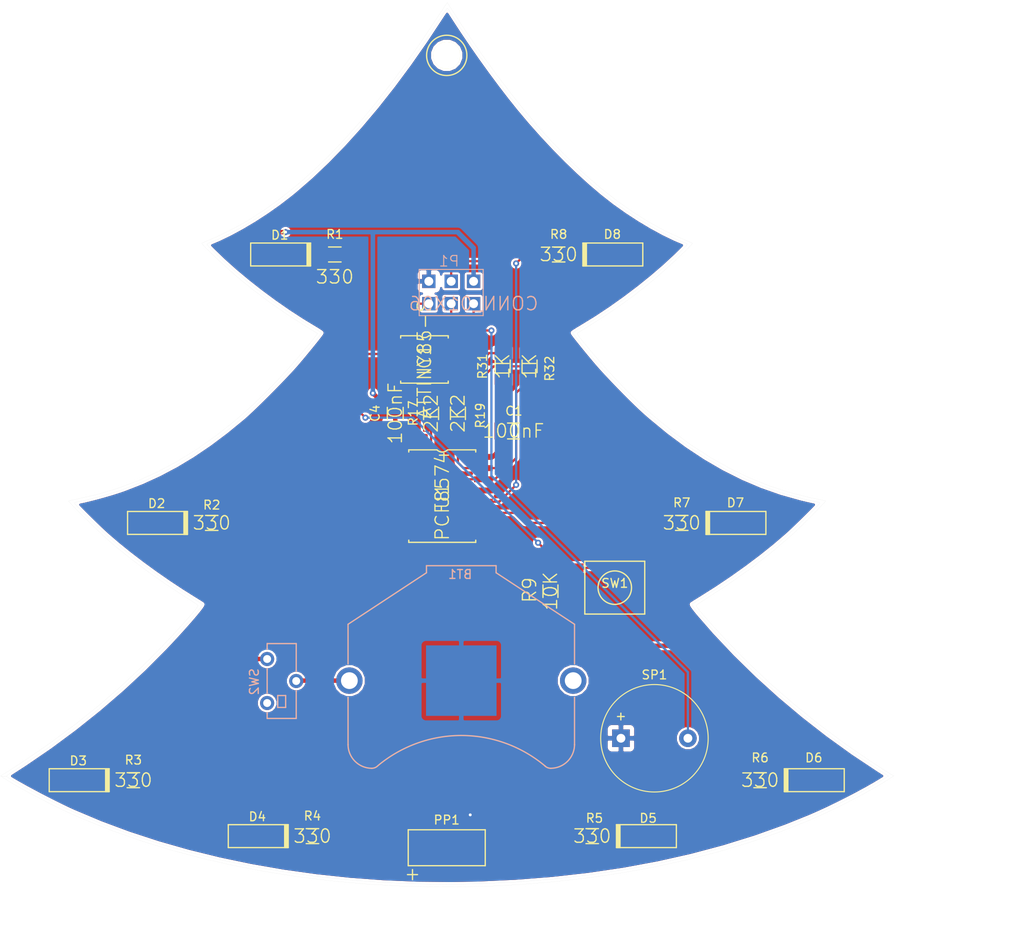
<source format=kicad_pcb>
(kicad_pcb (version 4) (host pcbnew 4.0.5)
  (layers (0 F.Cu signal hide) (31 B.Cu signal hide) (34 B.Paste user) (35 F.Paste user) (36 B.SilkS user) (37 F.SilkS user) (38 B.Mask user) (39 F.Mask user) (44 Edge.Cuts user))
  (net 0 "")
  (net 1 VCC)
  (net 2 GND)
  (net 3 "Net-(D1-Pad1)")
  (net 4 "Net-(D2-Pad1)")
  (net 5 "Net-(D3-Pad1)")
  (net 6 "Net-(D4-Pad1)")
  (net 7 "Net-(D5-Pad1)")
  (net 8 "Net-(D6-Pad1)")
  (net 9 "Net-(D7-Pad1)")
  (net 10 "Net-(D8-Pad1)")
  (net 11 /RESET)
  (net 12 /MOSI)
  (net 13 /MISO)
  (net 14 /SCK)
  (net 15 "Net-(R1-Pad1)")
  (net 16 "Net-(R2-Pad1)")
  (net 17 "Net-(R3-Pad1)")
  (net 18 "Net-(R4-Pad1)")
  (net 19 "Net-(R5-Pad1)")
  (net 20 "Net-(R6-Pad1)")
  (net 21 "Net-(R7-Pad1)")
  (net 22 "Net-(R8-Pad1)")
  (net 23 /SCL)
  (net 24 /SDA)
  (net 25 "Net-(IC1-Pad2)")
  (net 26 "Net-(IC1-Pad3)")
  (net 27 "Net-(U1-Pad13)")
  (net 28 "Net-(SW2-Pad2)")
  (net 29 "Net-(BT1-Pad1)")
  (module Fran:Keystone_3009_1x2450-CoinCell (layer B.Cu) (at 152.781 125.857 180)
    (fp_text reference BT1 (at 0.127 12.065 180) (layer B.SilkS) (effects (justify mirror)))
    (fp_text value Battery)
    (pad 1 thru_hole circle (at -12.7 0 180) (size 3 3) (drill 1.9) (layers *.Cu *.Mask) (net 29 "Net-(BT1-Pad1)"))
    (pad 1 thru_hole circle (at 12.7 0 180) (size 3 3) (drill 1.9) (layers *.Cu *.Mask) (net 29 "Net-(BT1-Pad1)"))
    (pad 2 smd rect (at 0 0 180) (size 8 8) (layers B.Cu B.Paste B.Mask) (net 2 GND))
  )
  (module Fran:arbolNavidad.v3.edge (layer F.Cu) (at 151.13 99.06)
    (fp_text reference G*** hide)
    (fp_text value arbolNavidad.v3 hide)
    (fp_poly (pts (xy 0.470127 -49.546906) (xy 1.699179 -47.64011) (xy 3.008575 -45.700431) (xy 4.376162 -43.757878) (xy 5.779787 -41.842464) (xy 7.197299 -39.9842) (xy 8.606544 -38.213099) (xy 9.98537 -36.559171) (xy 10.475215 -35.992287) (xy 11.009902 -35.393394) (xy 11.627688 -34.724141) (xy 12.301598 -34.0121) (xy 13.004655 -33.284843) (xy 13.709883 -32.56994) (xy 14.390307 -31.894963) (xy 15.018949 -31.287484) (xy 15.568833 -30.775073) (xy 15.663333 -30.689704) (xy 17.498518 -29.113254) (xy 19.332907 -27.679046) (xy 21.159705 -26.391557) (xy 22.972114 -25.255267) (xy 24.763339 -24.274652) (xy 26.526581 -23.45419) (xy 26.847561 -23.320973) (xy 27.224588 -23.164604) (xy 27.544624 -23.02645) (xy 27.774647 -22.921144) (xy 27.881631 -22.863318) (xy 27.882822 -22.862258) (xy 27.843867 -22.787947) (xy 27.693454 -22.615812) (xy 27.446923 -22.360256) (xy 27.119616 -22.035685) (xy 26.726877 -21.656502) (xy 26.284045 -21.237112) (xy 25.806464 -20.791919) (xy 25.309475 -20.335328) (xy 24.80842 -19.881742) (xy 24.318641 -19.445567) (xy 23.855479 -19.041207) (xy 23.434277 -18.683065) (xy 23.410333 -18.663076) (xy 22.351777 -17.799871) (xy 21.28856 -16.973863) (xy 20.195922 -16.167736) (xy 19.049103 -15.364171) (xy 17.823342 -14.545854) (xy 16.493879 -13.695468) (xy 15.035954 -12.795696) (xy 14.920729 -12.725732) (xy 14.856845 -12.681544) (xy 14.825901 -12.629106) (xy 14.839333 -12.549323) (xy 14.908574 -12.423101) (xy 15.045059 -12.231346) (xy 15.26022 -11.954963) (xy 15.565493 -11.574857) (xy 15.736521 -11.363388) (xy 16.764408 -10.127478) (xy 17.858755 -8.874852) (xy 18.99424 -7.631995) (xy 20.145537 -6.42539) (xy 21.287326 -5.281522) (xy 22.394281 -4.226875) (xy 23.441081 -3.287934) (xy 23.537333 -3.20498) (xy 25.652874 -1.480046) (xy 27.787322 0.077778) (xy 29.943564 1.469956) (xy 32.124487 2.697954) (xy 34.332975 3.763235) (xy 36.571917 4.667263) (xy 38.844197 5.411503) (xy 41.152704 5.997418) (xy 42.032291 6.177377) (xy 42.407547 6.251828) (xy 42.717151 6.31824) (xy 42.925801 6.368716) (xy 42.997544 6.393322) (xy 42.954141 6.464254) (xy 42.804782 6.636389) (xy 42.565586 6.893578) (xy 42.252676 7.219675) (xy 41.882172 7.598533) (xy 41.470196 8.014003) (xy 41.032867 8.44994) (xy 40.586307 8.890195) (xy 40.146637 9.318622) (xy 39.729977 9.719073) (xy 39.352449 10.075402) (xy 39.030173 10.371459) (xy 38.989 10.408414) (xy 36.7553 12.308717) (xy 34.364909 14.15509) (xy 31.822861 15.943779) (xy 29.806277 17.253693) (xy 29.360422 17.536569) (xy 28.965883 17.79252) (xy 28.644458 18.006939) (xy 28.417945 18.165222) (xy 28.308144 18.252761) (xy 28.301457 18.261963) (xy 28.343127 18.367636) (xy 28.492169 18.581683) (xy 28.737281 18.891687) (xy 29.06716 19.285229) (xy 29.470505 19.749893) (xy 29.936015 20.273261) (xy 30.452387 20.842917) (xy 31.008319 21.446442) (xy 31.59251 22.07142) (xy 32.193658 22.705433) (xy 32.800461 23.336065) (xy 33.401617 23.950897) (xy 33.985825 24.537512) (xy 34.258853 24.807333) (xy 36.76392 27.169249) (xy 39.409614 29.473573) (xy 42.171654 31.701168) (xy 45.025758 33.832893) (xy 47.947645 35.84961) (xy 49.723107 36.996408) (xy 50.720548 37.624183) (xy 50.102373 38.02255) (xy 49.278263 38.532893) (xy 48.325885 39.087003) (xy 47.275535 39.669221) (xy 46.157507 40.263888) (xy 45.002097 40.855345) (xy 43.839601 41.427933) (xy 42.700313 41.965993) (xy 41.61453 42.453867) (xy 41.111396 42.66978) (xy 37.884902 43.947198) (xy 34.537703 45.110263) (xy 31.074956 46.157904) (xy 27.501815 47.089049) (xy 23.823437 47.902628) (xy 20.044978 48.597568) (xy 16.171595 49.1728) (xy 12.208443 49.627251) (xy 8.160679 49.95985) (xy 5.249333 50.120944) (xy 4.622985 50.143118) (xy 3.855312 50.161097) (xy 2.974273 50.1749) (xy 2.007824 50.184547) (xy 0.983923 50.190057) (xy -0.069474 50.191449) (xy -1.12441 50.188741) (xy -2.152926 50.181954) (xy -3.127067 50.171105) (xy -4.018876 50.156216) (xy -4.800394 50.137303) (xy -5.443666 50.114387) (xy -5.461 50.113617) (xy -9.351707 49.878072) (xy -13.192472 49.522777) (xy -16.974261 49.04973) (xy -20.688043 48.460925) (xy -24.324786 47.758358) (xy -27.875456 46.944024) (xy -31.331023 46.019918) (xy -34.682452 44.988037) (xy -37.920713 43.850374) (xy -41.036772 42.608926) (xy -42.672 41.893132) (xy -43.460182 41.527464) (xy -44.310273 41.116727) (xy -45.197881 40.673899) (xy -46.098615 40.21196) (xy -46.988082 39.743887) (xy -47.841892 39.282661) (xy -48.635652 38.84126) (xy -49.344972 38.432664) (xy -49.945458 38.06985) (xy -50.356519 37.804151) (xy -50.54412 37.677248) (xy -49.927227 37.677248) (xy -49.888273 37.721721) (xy -49.515467 37.962835) (xy -49.012433 38.264079) (xy -48.40209 38.613333) (xy -47.707356 38.998475) (xy -46.951149 39.407385) (xy -46.156386 39.827942) (xy -45.345987 40.248025) (xy -44.54287 40.655512) (xy -43.769951 41.038284) (xy -43.050151 41.384219) (xy -42.406386 41.681196) (xy -42.375667 41.694962) (xy -39.293203 42.992804) (xy -36.086921 44.185426) (xy -32.767112 45.270995) (xy -29.344067 46.247675) (xy -25.828079 47.113633) (xy -22.229438 47.867034) (xy -18.558436 48.506043) (xy -14.825364 49.028826) (xy -11.040513 49.433548) (xy -7.214176 49.718375) (xy -3.356644 49.881473) (xy 0.521793 49.921006) (xy 3.471333 49.867457) (xy 7.776011 49.669159) (xy 11.979837 49.339686) (xy 16.081877 48.879225) (xy 20.081197 48.287965) (xy 23.976863 47.566092) (xy 27.767941 46.713796) (xy 31.453499 45.731262) (xy 35.032601 44.61868) (xy 38.504315 43.376236) (xy 41.232667 42.276647) (xy 42.235679 41.836677) (xy 43.305434 41.341072) (xy 44.411011 40.805774) (xy 45.521493 40.246725) (xy 46.605961 39.679868) (xy 47.633497 39.121145) (xy 48.573182 38.586497) (xy 49.394098 38.091867) (xy 49.595424 37.964655) (xy 50.126515 37.625017) (xy 49.004257 36.910008) (xy 46.098579 34.977648) (xy 43.249199 32.92144) (xy 40.472324 30.755455) (xy 37.784165 28.493764) (xy 35.200928 26.150439) (xy 32.738823 23.73955) (xy 30.414059 21.275168) (xy 28.593822 19.191353) (xy 28.308976 18.843897) (xy 28.07483 18.540535) (xy 27.908327 18.304696) (xy 27.826412 18.159809) (xy 27.824047 18.126916) (xy 27.919728 18.061845) (xy 28.131624 17.926503) (xy 28.431367 17.738752) (xy 28.790582 17.516459) (xy 28.913667 17.440819) (xy 30.648604 16.341751) (xy 32.373193 15.182017) (xy 34.05735 13.983652) (xy 35.670994 12.76869) (xy 37.184042 11.559164) (xy 38.566413 10.377109) (xy 38.608 10.340121) (xy 38.934259 10.043555) (xy 39.314248 9.688288) (xy 39.730849 9.291322) (xy 40.166942 8.869661) (xy 40.605411 8.440306) (xy 41.029136 8.020262) (xy 41.421 7.626531) (xy 41.763885 7.276116) (xy 42.040671 6.98602) (xy 42.234242 6.773246) (xy 42.327479 6.654797) (xy 42.333333 6.639857) (xy 42.257689 6.56917) (xy 42.065393 6.503883) (xy 41.936635 6.479071) (xy 41.716813 6.438112) (xy 41.371876 6.364338) (xy 40.94086 6.26651) (xy 40.4628 6.153389) (xy 40.200024 6.089324) (xy 37.953477 5.459357) (xy 35.752454 4.686777) (xy 33.590366 3.767934) (xy 31.460621 2.69918) (xy 29.356631 1.476865) (xy 27.271804 0.097341) (xy 25.199551 -1.443042) (xy 23.133282 -3.147931) (xy 22.479 -3.72283) (xy 22.013715 -4.150362) (xy 21.461068 -4.679068) (xy 20.846027 -5.283414) (xy 20.193562 -5.937864) (xy 19.528642 -6.616882) (xy 18.876236 -7.294933) (xy 18.261313 -7.946482) (xy 17.708841 -8.545993) (xy 17.243792 -9.067932) (xy 17.176895 -9.14517) (xy 16.834261 -9.546725) (xy 16.463204 -9.988479) (xy 16.07905 -10.451464) (xy 15.697126 -10.916714) (xy 15.332755 -11.365261) (xy 15.001264 -11.778137) (xy 14.717979 -12.136377) (xy 14.498224 -12.421012) (xy 14.357325 -12.613076) (xy 14.310474 -12.692707) (xy 14.380147 -12.750794) (xy 14.570733 -12.877462) (xy 14.856595 -13.05646) (xy 15.212094 -13.271538) (xy 15.389974 -13.376952) (xy 16.980587 -14.355186) (xy 18.596425 -15.427972) (xy 20.208744 -16.573209) (xy 21.788798 -17.768797) (xy 23.307842 -18.992634) (xy 24.737132 -20.22262) (xy 26.047923 -21.436653) (xy 26.664347 -22.04539) (xy 26.963574 -22.350118) (xy 27.157119 -22.557243) (xy 27.259026 -22.688906) (xy 27.283345 -22.76725) (xy 27.24412 -22.814414) (xy 27.172347 -22.846133) (xy 25.929359 -23.366088) (xy 24.610143 -24.005418) (xy 23.241213 -24.748892) (xy 21.849082 -25.581281) (xy 20.460264 -26.487356) (xy 19.101271 -27.451887) (xy 18.923 -27.584652) (xy 17.662194 -28.574506) (xy 16.341953 -29.696872) (xy 14.980465 -30.933768) (xy 13.595919 -32.267212) (xy 12.206505 -33.679223) (xy 10.83041 -35.151818) (xy 9.485824 -36.667016) (xy 8.24373 -38.142333) (xy 7.219507 -39.421397) (xy 6.143222 -40.819897) (xy 5.038146 -42.30562) (xy 3.927554 -43.846349) (xy 2.834718 -45.409872) (xy 1.782912 -46.963973) (xy 0.934328 -48.26) (xy 0.671961 -48.666262) (xy 0.439728 -49.023466) (xy 0.253777 -49.306967) (xy 0.130253 -49.492119) (xy 0.087357 -49.552726) (xy 0.024611 -49.508795) (xy -0.110089 -49.344225) (xy -0.299477 -49.082297) (xy -0.526288 -48.746292) (xy -0.634723 -48.579059) (xy -2.436339 -45.846077) (xy -4.260945 -43.234237) (xy -6.103684 -40.749255) (xy -7.959696 -38.396846) (xy -9.824124 -36.182726) (xy -11.69211 -34.112612) (xy -13.558796 -32.192217) (xy -15.419324 -30.427259) (xy -17.268835 -28.823452) (xy -17.78 -28.407302) (xy -19.088031 -27.402671) (xy -20.450877 -26.440484) (xy -21.842233 -25.536457) (xy -23.235795 -24.706307) (xy -24.605259 -23.96575) (xy -25.924318 -23.330503) (xy -27.087681 -22.846133) (xy -27.169424 -22.808048) (xy -27.199422 -22.757381) (xy -27.163629 -22.671992) (xy -27.047998 -22.529738) (xy -26.838483 -22.308479) (xy -26.579681 -22.04539) (xy -25.375605 -20.881285) (xy -24.0391 -19.686602) (xy -22.598717 -18.483292) (xy -21.083007 -17.293307) (xy -19.520521 -16.138598) (xy -17.939808 -15.041117) (xy -16.369421 -14.022816) (xy -15.305308 -13.376952) (xy -14.9265 -13.150337) (xy -14.605706 -12.95167) (xy -14.368587 -12.797375) (xy -14.240805 -12.703879) (xy -14.225808 -12.685941) (xy -14.277082 -12.599784) (xy -14.422656 -12.402265) (xy -14.647805 -12.111593) (xy -14.937808 -11.745976) (xy -15.277942 -11.323619) (xy -15.653483 -10.862733) (xy -16.04971 -10.381523) (xy -16.451899 -9.898198) (xy -16.845328 -9.430965) (xy -17.089828 -9.144) (xy -17.461924 -8.723135) (xy -17.931074 -8.213717) (xy -18.476367 -7.636794) (xy -19.076896 -7.013416) (xy -19.71175 -6.364628) (xy -20.360019 -5.71148) (xy -21.000796 -5.07502) (xy -21.61317 -4.476296) (xy -22.176233 -3.936355) (xy -22.669074 -3.476245) (xy -23.070785 -3.117016) (xy -23.114 -3.079868) (xy -25.039836 -1.499318) (xy -26.939727 -0.074448) (xy -28.828351 1.20345) (xy -30.720389 2.343085) (xy -32.630517 3.353165) (xy -34.573416 4.242398) (xy -36.563765 5.019493) (xy -37.0602 5.193734) (xy -37.597958 5.370064) (xy -38.218403 5.559732) (xy -38.887687 5.753646) (xy -39.571962 5.942718) (xy -40.237379 6.11786) (xy -40.850089 6.269982) (xy -41.376243 6.389996) (xy -41.781994 6.468811) (xy -41.8465 6.478947) (xy -42.081932 6.532954) (xy -42.226381 6.603155) (xy -42.248667 6.639857) (xy -42.190131 6.725497) (xy -42.025937 6.910751) (xy -41.773202 7.178617) (xy -41.449044 7.51209) (xy -41.070581 7.894169) (xy -40.654933 8.30785) (xy -40.219216 8.736131) (xy -39.78055 9.162007) (xy -39.356051 9.568477) (xy -38.962839 9.938537) (xy -38.618032 10.255185) (xy -38.523333 10.340121) (xy -37.320715 11.373176) (xy -35.991184 12.446566) (xy -34.565159 13.538009) (xy -33.073057 14.625226) (xy -31.545298 15.685934) (xy -30.012299 16.697852) (xy -28.829 17.441087) (xy -28.456313 17.67092) (xy -28.133664 17.87232) (xy -27.889557 18.027314) (xy -27.752495 18.117927) (xy -27.735948 18.130349) (xy -27.759558 18.217918) (xy -27.88886 18.4158) (xy -28.113014 18.711443) (xy -28.421184 19.092299) (xy -28.802532 19.545819) (xy -29.24622 20.059451) (xy -29.74141 20.620648) (xy -30.277264 21.216859) (xy -30.842945 21.835535) (xy -31.427616 22.464126) (xy -32.006974 23.075999) (xy -34.368315 25.44653) (xy -36.873798 27.771236) (xy -39.500395 30.031281) (xy -42.225081 32.207827) (xy -45.024828 34.282039) (xy -47.87661 36.235082) (xy -48.916107 36.907788) (xy -49.339376 37.180187) (xy -49.635017 37.379012) (xy -49.820135 37.518582) (xy -49.911837 37.61322) (xy -49.927227 37.677248) (xy -50.54412 37.677248) (xy -50.632704 37.617326) (xy -50.102519 37.293095) (xy -49.632983 36.999164) (xy -49.055242 36.626667) (xy -48.398878 36.195468) (xy -47.693473 35.72543) (xy -46.968607 35.236418) (xy -46.253863 34.748296) (xy -45.578822 34.280929) (xy -44.973066 33.854181) (xy -44.843856 33.761859) (xy -42.11586 31.734042) (xy -39.523462 29.655912) (xy -37.034544 27.500497) (xy -34.616988 25.240828) (xy -34.1324 24.767303) (xy -33.555119 24.192564) (xy -32.956929 23.585127) (xy -32.349095 22.957382) (xy -31.742888 22.321723) (xy -31.149575 21.69054) (xy -30.580424 21.076225) (xy -30.046704 20.49117) (xy -29.559683 19.947766) (xy -29.130629 19.458406) (xy -28.77081 19.035481) (xy -28.491494 18.691382) (xy -28.303951 18.438502) (xy -28.219448 18.289231) (xy -28.216804 18.261922) (xy -28.293513 18.194836) (xy -28.492667 18.05304) (xy -28.792733 17.850955) (xy -29.17218 17.603) (xy -29.609473 17.323594) (xy -29.755066 17.231808) (xy -31.802509 15.895685) (xy -33.824353 14.479668) (xy -35.77637 13.016038) (xy -37.614336 11.537077) (xy -37.985132 11.224634) (xy -38.266685 10.977849) (xy -38.619381 10.656868) (xy -39.02814 10.276462) (xy -39.477884 9.851402) (xy -39.953537 9.396458) (xy -40.440019 8.9264) (xy -40.922254 8.456) (xy -41.385162 8.000027) (xy -41.813665 7.573253) (xy -42.192687 7.190448) (xy -42.507149 6.866382) (xy -42.741972 6.615826) (xy -42.882079 6.453551) (xy -42.914918 6.395363) (xy -42.820143 6.364021) (xy -42.594219 6.310113) (xy -42.272556 6.24162) (xy -41.947625 6.177377) (xy -39.594857 5.642352) (xy -37.277366 4.944236) (xy -34.994068 4.082477) (xy -32.743874 3.056523) (xy -30.525698 1.865823) (xy -28.338453 0.509826) (xy -26.181054 -1.01202) (xy -24.052412 -2.700266) (xy -23.456222 -3.207337) (xy -22.031705 -4.488138) (xy -20.573036 -5.896878) (xy -19.10819 -7.403971) (xy -17.665144 -8.979831) (xy -16.271872 -10.594873) (xy -15.062496 -12.084261) (xy -14.647473 -12.611521) (xy -14.837903 -12.728811) (xy -14.978449 -12.814929) (xy -15.230914 -12.969205) (xy -15.562616 -13.171682) (xy -15.940874 -13.402404) (xy -16.044333 -13.465481) (xy -18.063396 -14.75391) (xy -20.068553 -16.144997) (xy -22.002807 -17.598045) (xy -23.325667 -18.664831) (xy -23.742024 -19.017651) (xy -24.201678 -19.417969) (xy -24.689266 -19.851362) (xy -25.189422 -20.30341) (xy -25.686782 -20.759692) (xy -26.165983 -21.205787) (xy -26.611659 -21.627275) (xy -27.008447 -22.009734) (xy -27.340982 -22.338743) (xy -27.593899 -22.599882) (xy -27.751835 -22.778729) (xy -27.799425 -22.860864) (xy -27.798156 -22.862687) (xy -27.692339 -22.921175) (xy -27.467982 -23.021969) (xy -27.164963 -23.147556) (xy -27.008667 -23.209403) (xy -26.535348 -23.407641) (xy -25.953868 -23.672607) (xy -25.302085 -23.985282) (xy -24.617854 -24.326646) (xy -23.939031 -24.67768) (xy -23.303474 -25.019363) (xy -22.749038 -25.332676) (xy -22.563667 -25.442651) (xy -20.730808 -26.618462) (xy -18.912318 -27.925605) (xy -17.104147 -29.36813) (xy -15.302242 -30.95009) (xy -13.50255 -32.675537) (xy -11.701021 -34.548523) (xy -9.893601 -36.573099) (xy -8.076239 -38.753319) (xy -6.244883 -41.093234) (xy -4.39548 -43.596895) (xy -4.360434 -43.645667) (xy -4.092713 -44.024161) (xy -3.750477 -44.516945) (xy -3.35226 -45.096831) (xy -2.916597 -45.736633) (xy -2.462021 -46.409163) (xy -2.007065 -47.087234) (xy -1.6939 -47.557239) (xy 0.06051 -50.198811) (xy 0.470127 -49.546906)) (layer Edge.Cuts) (width 0.01))
  )
  (module Fran:1pin (layer F.Cu) (at 151.13 54.864)
    (fp_text reference "" (at -4.064 -3.556) (layer F.SilkS) (effects (font (size 1.016 1.016) (thickness 0.254))))
    (fp_text value P*** hide)
    (pad "" np_thru_hole circle (at 0 0) (size 3.048 3.048) (drill 3.048) (layers *.Cu *.Mask F.SilkS))
  )
  (module FranPTH:SSSS213000_SPDT (layer B.Cu) (at 132.4 125.9 270)
    (fp_text reference SW2 (at 0.084 3.114 270) (layer B.SilkS) (effects (justify mirror)))
    (fp_text value SPDT)
    (pad 1 thru_hole circle (at -2.5 1.65 270) (size 1.6 1.6) (drill 0.9) (layers *.Cu *.Mask) (net 1 VCC))
    (pad 2 thru_hole circle (at 2.5 1.65 270) (size 1.6 1.6) (drill 0.9) (layers *.Cu *.Mask) (net 28 "Net-(SW2-Pad2)"))
    (pad 3 thru_hole circle (at 0 -1.65 270) (size 1.6 1.6) (drill 0.9) (layers *.Cu *.Mask) (net 29 "Net-(BT1-Pad1)"))
  )
  (module FranSMD:SW_TACTIL_SMD (layer F.Cu) (at 170.2 115.3 180)
    (fp_text reference SW1 (at 0 0.5 180) (layer F.SilkS))
    (fp_text value SW_PUSH)
    (pad 1 smd rect (at -4.2 -2.25 180) (size 1.3 1) (layers F.Cu F.Paste F.Mask) (net 2 GND))
    (pad 3 smd rect (at 4.2 -2.25 180) (size 1.3 1) (layers F.Cu F.Paste F.Mask) (net 2 GND))
    (pad 2 smd rect (at -4.2 2.25 180) (size 1.3 1) (layers F.Cu F.Paste F.Mask) (net 25 "Net-(IC1-Pad2)"))
    (pad 4 smd rect (at 4.2 2.25 180) (size 1.3 1) (layers F.Cu F.Paste F.Mask) (net 25 "Net-(IC1-Pad2)"))
    (pad 5 smd rect (at -4.2 0 180) (size 1.3 1) (layers F.Cu F.Paste F.Mask) (net 2 GND))
  )
  (module FranPTH:Buzzer_12x8RM7.6 (layer F.Cu) (at 170.9 132.4)
    (fp_text reference SP1 (at 3.8 -7.2) (layer F.SilkS))
    (fp_text value SPEAKER)
    (fp_text user + (at -0.01 -2.54) (layer F.SilkS))
    (pad 1 thru_hole rect (at 0 0) (size 2 2) (drill 1) (layers *.Cu *.Mask) (net 2 GND))
    (pad 2 thru_hole circle (at 7.6 0) (size 2 2) (drill 1) (layers *.Cu *.Mask) (net 13 /MISO))
  )
  (module FranSMD:RES1206 (layer F.Cu) (at 162.9 115.7 270)
    (fp_text reference R9 (at -0.13 2.372 270) (layer F.SilkS) (effects (font (size 1.5 1.5))))
    (fp_text value 10K (at 0 0 270) (layer F.SilkS))
    (pad 1 smd rect (at -1.51 0 270) (size 1.15 1.82) (layers F.Cu F.Paste F.Mask) (net 25 "Net-(IC1-Pad2)"))
    (pad 2 smd rect (at 1.51 0 270) (size 1.15 1.82) (layers F.Cu F.Paste F.Mask) (net 1 VCC))
  )
  (module FranSMD:SOIC16_7.5mm_Pitch1.27mm (layer F.Cu) (at 150.622 104.902 270)
    (fp_text reference U1 (at 0 0 270) (layer F.SilkS) (effects (font (size 1.5 1.5))))
    (fp_text value PCF8574 (at 0 0 270) (layer F.SilkS))
    (pad 1 smd rect (at -4.445 4.67) (size 2.12 0.67) (layers F.Cu F.Paste F.Mask) (net 2 GND))
    (pad 2 smd rect (at -3.175 4.67) (size 2.12 0.67) (layers F.Cu F.Paste F.Mask) (net 2 GND))
    (pad 3 smd rect (at -1.905 4.67) (size 2.12 0.67) (layers F.Cu F.Paste F.Mask) (net 2 GND))
    (pad 4 smd rect (at -0.635 4.67) (size 2.12 0.67) (layers F.Cu F.Paste F.Mask) (net 15 "Net-(R1-Pad1)"))
    (pad 5 smd rect (at 0.635 4.67) (size 2.12 0.67) (layers F.Cu F.Paste F.Mask) (net 16 "Net-(R2-Pad1)"))
    (pad 6 smd rect (at 1.905 4.67) (size 2.12 0.67) (layers F.Cu F.Paste F.Mask) (net 17 "Net-(R3-Pad1)"))
    (pad 7 smd rect (at 3.175 4.67) (size 2.12 0.67) (layers F.Cu F.Paste F.Mask) (net 18 "Net-(R4-Pad1)"))
    (pad 8 smd rect (at 4.445 4.67) (size 2.12 0.67) (layers F.Cu F.Paste F.Mask) (net 2 GND))
    (pad 9 smd rect (at 4.445 -4.67) (size 2.12 0.67) (layers F.Cu F.Paste F.Mask) (net 19 "Net-(R5-Pad1)"))
    (pad 10 smd rect (at 3.175 -4.67) (size 2.12 0.67) (layers F.Cu F.Paste F.Mask) (net 20 "Net-(R6-Pad1)"))
    (pad 11 smd rect (at 1.905 -4.67) (size 2.12 0.67) (layers F.Cu F.Paste F.Mask) (net 21 "Net-(R7-Pad1)"))
    (pad 12 smd rect (at 0.635 -4.67) (size 2.12 0.67) (layers F.Cu F.Paste F.Mask) (net 22 "Net-(R8-Pad1)"))
    (pad 13 smd rect (at -0.635 -4.67) (size 2.12 0.67) (layers F.Cu F.Paste F.Mask) (net 27 "Net-(U1-Pad13)"))
    (pad 14 smd rect (at -1.905 -4.67) (size 2.12 0.67) (layers F.Cu F.Paste F.Mask) (net 23 /SCL))
    (pad 15 smd rect (at -3.175 -4.67) (size 2.12 0.67) (layers F.Cu F.Paste F.Mask) (net 24 /SDA))
    (pad 16 smd rect (at -4.445 -4.67) (size 2.12 0.67) (layers F.Cu F.Paste F.Mask) (net 1 VCC))
  )
  (module FranSMD:RES1206 (layer F.Cu) (at 160.528 90.17 270)
    (fp_text reference R32 (at 0.254 -2.286 270) (layer F.SilkS))
    (fp_text value 1K (at 0 0 270) (layer F.SilkS))
    (pad 1 smd rect (at -1.51 0 270) (size 1.15 1.82) (layers F.Cu F.Paste F.Mask) (net 14 /SCK))
    (pad 2 smd rect (at 1.51 0 270) (size 1.15 1.82) (layers F.Cu F.Paste F.Mask) (net 23 /SCL))
  )
  (module FranSMD:RES1206 (layer F.Cu) (at 157.48 90.17 270)
    (fp_text reference R31 (at 0 2.286 270) (layer F.SilkS))
    (fp_text value 1K (at 0 0 270) (layer F.SilkS))
    (pad 1 smd rect (at -1.51 0 270) (size 1.15 1.82) (layers F.Cu F.Paste F.Mask) (net 12 /MOSI))
    (pad 2 smd rect (at 1.51 0 270) (size 1.15 1.82) (layers F.Cu F.Paste F.Mask) (net 24 /SDA))
  )
  (module FranSMD:RES1206 (layer F.Cu) (at 152.4 95.504 90)
    (fp_text reference R19 (at -0.254 2.54 90) (layer F.SilkS))
    (fp_text value 2K2 (at 0 0 90) (layer F.SilkS))
    (pad 1 smd rect (at -1.51 0 90) (size 1.15 1.82) (layers F.Cu F.Paste F.Mask) (net 24 /SDA))
    (pad 2 smd rect (at 1.51 0 90) (size 1.15 1.82) (layers F.Cu F.Paste F.Mask) (net 1 VCC))
  )
  (module FranSMD:RES1206 (layer F.Cu) (at 149.352 95.504 90)
    (fp_text reference R17 (at 0 -2.032 90) (layer F.SilkS))
    (fp_text value 2K2 (at 0 0 90) (layer F.SilkS))
    (pad 1 smd rect (at -1.51 0 90) (size 1.15 1.82) (layers F.Cu F.Paste F.Mask) (net 23 /SCL))
    (pad 2 smd rect (at 1.51 0 90) (size 1.15 1.82) (layers F.Cu F.Paste F.Mask) (net 1 VCC))
  )
  (module FranSMD:RES1206 (layer F.Cu) (at 163.83 77.47)
    (fp_text reference R8 (at 0 -2.286) (layer F.SilkS))
    (fp_text value 330 (at 0 0) (layer F.SilkS))
    (pad 1 smd rect (at -1.51 0) (size 1.15 1.82) (layers F.Cu F.Paste F.Mask) (net 22 "Net-(R8-Pad1)"))
    (pad 2 smd rect (at 1.51 0) (size 1.15 1.82) (layers F.Cu F.Paste F.Mask) (net 10 "Net-(D8-Pad1)"))
  )
  (module FranSMD:RES1206 (layer F.Cu) (at 177.8 107.95)
    (fp_text reference R7 (at 0 -2.286) (layer F.SilkS))
    (fp_text value 330 (at 0 0) (layer F.SilkS))
    (pad 1 smd rect (at -1.51 0) (size 1.15 1.82) (layers F.Cu F.Paste F.Mask) (net 21 "Net-(R7-Pad1)"))
    (pad 2 smd rect (at 1.51 0) (size 1.15 1.82) (layers F.Cu F.Paste F.Mask) (net 9 "Net-(D7-Pad1)"))
  )
  (module FranSMD:RES1206 (layer F.Cu) (at 186.69 137.16)
    (fp_text reference R6 (at 0 -2.54) (layer F.SilkS))
    (fp_text value 330 (at 0 0) (layer F.SilkS))
    (pad 1 smd rect (at -1.51 0) (size 1.15 1.82) (layers F.Cu F.Paste F.Mask) (net 20 "Net-(R6-Pad1)"))
    (pad 2 smd rect (at 1.51 0) (size 1.15 1.82) (layers F.Cu F.Paste F.Mask) (net 8 "Net-(D6-Pad1)"))
  )
  (module FranSMD:RES1206 (layer F.Cu) (at 167.64 143.51)
    (fp_text reference R5 (at 0.254 -2.032) (layer F.SilkS))
    (fp_text value 330 (at 0 0) (layer F.SilkS))
    (pad 1 smd rect (at -1.51 0) (size 1.15 1.82) (layers F.Cu F.Paste F.Mask) (net 19 "Net-(R5-Pad1)"))
    (pad 2 smd rect (at 1.51 0) (size 1.15 1.82) (layers F.Cu F.Paste F.Mask) (net 7 "Net-(D5-Pad1)"))
  )
  (module FranSMD:RES1206 (layer F.Cu) (at 135.89 143.51 180)
    (fp_text reference R4 (at 0 2.286 180) (layer F.SilkS))
    (fp_text value 330 (at 0 0 180) (layer F.SilkS))
    (pad 1 smd rect (at -1.51 0 180) (size 1.15 1.82) (layers F.Cu F.Paste F.Mask) (net 18 "Net-(R4-Pad1)"))
    (pad 2 smd rect (at 1.51 0 180) (size 1.15 1.82) (layers F.Cu F.Paste F.Mask) (net 6 "Net-(D4-Pad1)"))
  )
  (module FranSMD:RES1206 (layer F.Cu) (at 115.57 137.16 180)
    (fp_text reference R3 (at 0 2.286 180) (layer F.SilkS))
    (fp_text value 330 (at 0 0 180) (layer F.SilkS))
    (pad 1 smd rect (at -1.51 0 180) (size 1.15 1.82) (layers F.Cu F.Paste F.Mask) (net 17 "Net-(R3-Pad1)"))
    (pad 2 smd rect (at 1.51 0 180) (size 1.15 1.82) (layers F.Cu F.Paste F.Mask) (net 5 "Net-(D3-Pad1)"))
  )
  (module FranSMD:RES1206 (layer F.Cu) (at 124.46 107.95 180)
    (fp_text reference R2 (at 0 2.032 180) (layer F.SilkS))
    (fp_text value 330 (at 0 0 180) (layer F.SilkS))
    (pad 1 smd rect (at -1.51 0 180) (size 1.15 1.82) (layers F.Cu F.Paste F.Mask) (net 16 "Net-(R2-Pad1)"))
    (pad 2 smd rect (at 1.51 0 180) (size 1.15 1.82) (layers F.Cu F.Paste F.Mask) (net 4 "Net-(D2-Pad1)"))
  )
  (module FranSMD:RES1206 (layer F.Cu) (at 138.43 77.47 180)
    (fp_text reference R1 (at 0 2.286 180) (layer F.SilkS))
    (fp_text value 330 (at 0 -2.54 180) (layer F.SilkS))
    (pad 1 smd rect (at -1.51 0 180) (size 1.15 1.82) (layers F.Cu F.Paste F.Mask) (net 15 "Net-(R1-Pad1)"))
    (pad 2 smd rect (at 1.51 0 180) (size 1.15 1.82) (layers F.Cu F.Paste F.Mask) (net 3 "Net-(D1-Pad1)"))
  )
  (module FranSMD:PowerPad (layer F.Cu) (at 151.13 144.78 90)
    (fp_text reference PP1 (at 3.1 0 180) (layer F.SilkS))
    (fp_text value PowerPad)
    (fp_text user + (at -3.1 -4 90) (layer F.SilkS) (effects (font (size 1.5 1.5))))
    (pad 1 smd rect (at 0 -2.65 90) (size 2.95 2.3) (layers F.Cu F.Paste F.Mask) (net 1 VCC))
    (pad 2 smd rect (at 0 2.65 90) (size 2.95 2.3) (layers F.Cu F.Paste F.Mask) (net 2 GND))
  )
  (module FranPTH:Pin_Header_Straight_2x03_Pitch2.54mm (layer B.Cu) (at 154.178 83.058 180)
    (fp_text reference P1 (at 2.794 4.826 180) (layer B.SilkS) (effects (font (size 1.2 1.2) (thickness 0.12)) (justify mirror)))
    (fp_text value CONN_01X06 (at 0 0 180) (layer B.SilkS) (effects (justify mirror)))
    (pad 1 thru_hole rect (at 0 0 180) (size 1.52 1.52) (drill 1.01) (layers *.Cu *.Mask) (net 13 /MISO))
    (pad 2 thru_hole rect (at 0 2.54 180) (size 1.52 1.52) (drill 1.01) (layers *.Cu *.Mask) (net 1 VCC))
    (pad 3 thru_hole rect (at 2.54 0 180) (size 1.52 1.52) (drill 1.01) (layers *.Cu *.Mask) (net 14 /SCK))
    (pad 4 thru_hole rect (at 2.54 2.54 180) (size 1.52 1.52) (drill 1.01) (layers *.Cu *.Mask) (net 12 /MOSI))
    (pad 5 thru_hole rect (at 5.08 0 180) (size 1.52 1.52) (drill 1.01) (layers *.Cu *.Mask) (net 11 /RESET))
    (pad 6 thru_hole rect (at 5.08 2.54 180) (size 1.52 1.52) (drill 1.01) (layers *.Cu *.Mask) (net 2 GND))
  )
  (module FranSMD:SOIC-8_0.208i_Pitch1.27mm (layer F.Cu) (at 148.6 89.4 270)
    (fp_text reference IC1 (at 0 0 270) (layer F.SilkS) (effects (font (size 1.5 1.5))))
    (fp_text value ATTINY85-S (at 0 0 270) (layer F.SilkS))
    (pad 1 smd rect (at -1.905 3.68) (size 2.02 0.64) (layers F.Cu F.Paste F.Mask) (net 11 /RESET))
    (pad 2 smd rect (at -0.635 3.68) (size 2.02 0.64) (layers F.Cu F.Paste F.Mask) (net 25 "Net-(IC1-Pad2)"))
    (pad 3 smd rect (at 0.635 3.68) (size 2.02 0.64) (layers F.Cu F.Paste F.Mask) (net 26 "Net-(IC1-Pad3)"))
    (pad 4 smd rect (at 1.905 3.68) (size 2.02 0.64) (layers F.Cu F.Paste F.Mask) (net 2 GND))
    (pad 5 smd rect (at 1.905 -3.68) (size 2.02 0.64) (layers F.Cu F.Paste F.Mask) (net 12 /MOSI))
    (pad 6 smd rect (at 0.635 -3.68) (size 2.02 0.64) (layers F.Cu F.Paste F.Mask) (net 13 /MISO))
    (pad 7 smd rect (at -0.635 -3.68) (size 2.02 0.64) (layers F.Cu F.Paste F.Mask) (net 14 /SCK))
    (pad 8 smd rect (at -1.905 -3.68) (size 2.02 0.64) (layers F.Cu F.Paste F.Mask) (net 1 VCC))
  )
  (module FranSMD:KPT-3216EC-1206 (layer F.Cu) (at 170.18 77.47)
    (fp_text reference D8 (at -0.254 -2.286) (layer F.SilkS))
    (fp_text value LED)
    (pad 1 smd rect (at -1.875 0) (size 1.75 1.5) (layers F.Cu F.Paste F.Mask) (net 10 "Net-(D8-Pad1)"))
    (pad 2 smd rect (at 1.875 0) (size 1.75 1.5) (layers F.Cu F.Paste F.Mask) (net 1 VCC))
  )
  (module FranSMD:KPT-3216EC-1206 (layer F.Cu) (at 184.15 107.95)
    (fp_text reference D7 (at -0.254 -2.286) (layer F.SilkS))
    (fp_text value LED)
    (pad 1 smd rect (at -1.875 0) (size 1.75 1.5) (layers F.Cu F.Paste F.Mask) (net 9 "Net-(D7-Pad1)"))
    (pad 2 smd rect (at 1.875 0) (size 1.75 1.5) (layers F.Cu F.Paste F.Mask) (net 1 VCC))
  )
  (module FranSMD:KPT-3216EC-1206 (layer F.Cu) (at 193.04 137.16)
    (fp_text reference D6 (at -0.254 -2.54) (layer F.SilkS))
    (fp_text value LED)
    (pad 1 smd rect (at -1.875 0) (size 1.75 1.5) (layers F.Cu F.Paste F.Mask) (net 8 "Net-(D6-Pad1)"))
    (pad 2 smd rect (at 1.875 0) (size 1.75 1.5) (layers F.Cu F.Paste F.Mask) (net 1 VCC))
  )
  (module FranSMD:KPT-3216EC-1206 (layer F.Cu) (at 173.99 143.51)
    (fp_text reference D5 (at 0 -2.032) (layer F.SilkS))
    (fp_text value LED)
    (pad 1 smd rect (at -1.875 0) (size 1.75 1.5) (layers F.Cu F.Paste F.Mask) (net 7 "Net-(D5-Pad1)"))
    (pad 2 smd rect (at 1.875 0) (size 1.75 1.5) (layers F.Cu F.Paste F.Mask) (net 1 VCC))
  )
  (module FranSMD:KPT-3216EC-1206 (layer F.Cu) (at 129.54 143.51 180)
    (fp_text reference D4 (at -0.1 2.2 180) (layer F.SilkS))
    (fp_text value LED)
    (pad 1 smd rect (at -1.875 0 180) (size 1.75 1.5) (layers F.Cu F.Paste F.Mask) (net 6 "Net-(D4-Pad1)"))
    (pad 2 smd rect (at 1.875 0 180) (size 1.75 1.5) (layers F.Cu F.Paste F.Mask) (net 1 VCC))
  )
  (module FranSMD:KPT-3216EC-1206 (layer F.Cu) (at 109.22 137.16 180)
    (fp_text reference D3 (at -0.1 2.2 180) (layer F.SilkS))
    (fp_text value LED)
    (pad 1 smd rect (at -1.875 0 180) (size 1.75 1.5) (layers F.Cu F.Paste F.Mask) (net 5 "Net-(D3-Pad1)"))
    (pad 2 smd rect (at 1.875 0 180) (size 1.75 1.5) (layers F.Cu F.Paste F.Mask) (net 1 VCC))
  )
  (module FranSMD:KPT-3216EC-1206 (layer F.Cu) (at 118.11 107.95 180)
    (fp_text reference D2 (at -0.1 2.2 180) (layer F.SilkS))
    (fp_text value LED)
    (pad 1 smd rect (at -1.875 0 180) (size 1.75 1.5) (layers F.Cu F.Paste F.Mask) (net 4 "Net-(D2-Pad1)"))
    (pad 2 smd rect (at 1.875 0 180) (size 1.75 1.5) (layers F.Cu F.Paste F.Mask) (net 1 VCC))
  )
  (module FranSMD:KPT-3216EC-1206 (layer F.Cu) (at 132.08 77.47 180)
    (fp_text reference D1 (at -0.1 2.2 180) (layer F.SilkS))
    (fp_text value LED)
    (pad 1 smd rect (at -1.875 0 180) (size 1.75 1.5) (layers F.Cu F.Paste F.Mask) (net 3 "Net-(D1-Pad1)"))
    (pad 2 smd rect (at 1.875 0 180) (size 1.75 1.5) (layers F.Cu F.Paste F.Mask) (net 1 VCC))
  )
  (module FranSMD:CAPC1206 (layer F.Cu) (at 145.288 95.504 270)
    (fp_text reference C4 (at 0 2.286 270) (layer F.SilkS))
    (fp_text value 100nF (at 0 0 270) (layer F.SilkS))
    (pad 1 smd rect (at -1.525 0 270) (size 1.26 1.92) (layers F.Cu F.Paste F.Mask) (net 1 VCC))
    (pad 2 smd rect (at 1.525 0 270) (size 1.26 1.92) (layers F.Cu F.Paste F.Mask) (net 2 GND))
  )
  (module FranSMD:CAPC1206 (layer F.Cu) (at 158.6992 97.5106)
    (fp_text reference C1 (at 0.0508 -2.2606) (layer F.SilkS))
    (fp_text value 100nF (at 0 0) (layer F.SilkS))
    (pad 1 smd rect (at -1.525 0) (size 1.26 1.92) (layers F.Cu F.Paste F.Mask) (net 1 VCC))
    (pad 2 smd rect (at 1.525 0) (size 1.26 1.92) (layers F.Cu F.Paste F.Mask) (net 2 GND))
  )
  (segment (start 142.748 74.93) (end 142.748 93.218) (width 0.508) (layer B.Cu) (net 1))
  (segment (start 143.51 93.98) (end 145.264 93.98) (width 0.508) (layer F.Cu) (net 1))
  (segment (start 142.748 93.218) (end 143.51 93.98) (width 0.508) (layer F.Cu) (net 1))
  (via (at 142.748 93.218) (size 0.6858) (drill 0.3302) (layers F.Cu B.Cu) (net 1))
  (segment (start 142.748 74.93) (end 142.748 75.184) (width 0.508) (layer B.Cu) (net 1))
  (segment (start 142.748 75.184) (end 142.748 74.93) (width 0.508) (layer B.Cu) (net 1))
  (segment (start 127.665 143.51) (end 120.904 143.51) (width 0.508) (layer F.Cu) (net 1))
  (segment (start 120.904 143.51) (end 116.332 138.938) (width 0.508) (layer F.Cu) (net 1))
  (segment (start 162.9 117.21) (end 162.9 118.4) (width 0.508) (layer F.Cu) (net 1))
  (segment (start 166.4 121.9) (end 176.784 121.9) (width 0.508) (layer F.Cu) (net 1))
  (segment (start 162.9 118.4) (end 166.4 121.9) (width 0.508) (layer F.Cu) (net 1))
  (segment (start 116.332 138.938) (end 118.562 138.938) (width 0.508) (layer F.Cu) (net 1))
  (segment (start 118.562 138.938) (end 127.2 130.3) (width 0.508) (layer F.Cu) (net 1))
  (segment (start 127.2 130.3) (end 127.2 124.5) (width 0.508) (layer F.Cu) (net 1))
  (segment (start 127.2 124.5) (end 128.3 123.4) (width 0.508) (layer F.Cu) (net 1))
  (segment (start 128.3 123.4) (end 130.75 123.4) (width 0.508) (layer F.Cu) (net 1))
  (segment (start 115.57 134.747) (end 115.57 138.176) (width 0.508) (layer F.Cu) (net 1))
  (segment (start 116.332 138.938) (end 115.57 138.176) (width 0.508) (layer F.Cu) (net 1))
  (segment (start 162.687 89.916) (end 162.687 81.534) (width 0.508) (layer F.Cu) (net 1))
  (segment (start 162.687 81.534) (end 164.465 79.756) (width 0.508) (layer F.Cu) (net 1))
  (segment (start 178.181 105.41) (end 181.356 105.41) (width 0.508) (layer F.Cu) (net 1))
  (segment (start 162.687 89.916) (end 178.181 105.41) (width 0.508) (layer F.Cu) (net 1))
  (segment (start 193.04 137.033) (end 194.788 137.033) (width 0.508) (layer F.Cu) (net 1))
  (segment (start 194.788 137.033) (end 194.915 137.16) (width 0.508) (layer F.Cu) (net 1))
  (segment (start 188.722 139.446) (end 191.77 139.446) (width 0.508) (layer F.Cu) (net 1))
  (segment (start 193.04 135.001) (end 192.405 134.366) (width 0.508) (layer F.Cu) (net 1))
  (segment (start 193.04 138.176) (end 193.04 137.033) (width 0.508) (layer F.Cu) (net 1))
  (segment (start 193.04 137.033) (end 193.04 135.001) (width 0.508) (layer F.Cu) (net 1))
  (segment (start 191.77 139.446) (end 193.04 138.176) (width 0.508) (layer F.Cu) (net 1))
  (segment (start 117.983 106.045) (end 117.983 105.918) (width 0.508) (layer F.Cu) (net 1))
  (segment (start 117.983 105.918) (end 118.745 105.156) (width 0.508) (layer F.Cu) (net 1))
  (segment (start 117.983 107.95) (end 116.235 107.95) (width 0.508) (layer F.Cu) (net 1))
  (segment (start 119.634 110.236) (end 118.872 110.236) (width 0.508) (layer F.Cu) (net 1))
  (segment (start 117.983 109.347) (end 117.983 107.95) (width 0.508) (layer F.Cu) (net 1))
  (segment (start 117.983 107.95) (end 117.983 106.045) (width 0.508) (layer F.Cu) (net 1))
  (segment (start 118.872 110.236) (end 117.983 109.347) (width 0.508) (layer F.Cu) (net 1))
  (segment (start 115.57 134.747) (end 115.57 134.874) (width 0.508) (layer F.Cu) (net 1))
  (segment (start 115.57 134.874) (end 115.57 134.747) (width 0.508) (layer F.Cu) (net 1))
  (segment (start 122.174 105.156) (end 124.46 105.156) (width 0.508) (layer F.Cu) (net 1))
  (segment (start 130.205 78.643) (end 130.205 77.47) (width 0.508) (layer F.Cu) (net 1))
  (segment (start 131.318 79.756) (end 130.205 78.643) (width 0.508) (layer F.Cu) (net 1))
  (segment (start 136.398 79.756) (end 131.318 79.756) (width 0.508) (layer F.Cu) (net 1))
  (segment (start 118.745 105.156) (end 122.174 105.156) (width 0.508) (layer F.Cu) (net 1))
  (segment (start 138.938 88.392) (end 138.938 81.534) (width 0.508) (layer F.Cu) (net 1))
  (segment (start 138.938 81.534) (end 138.938 80.772) (width 0.508) (layer F.Cu) (net 1))
  (segment (start 138.938 80.772) (end 137.922 79.756) (width 0.508) (layer F.Cu) (net 1))
  (segment (start 137.922 79.756) (end 136.398 79.756) (width 0.508) (layer F.Cu) (net 1))
  (segment (start 124.46 105.156) (end 138.938 90.678) (width 0.508) (layer F.Cu) (net 1))
  (segment (start 138.938 90.678) (end 138.938 88.392) (width 0.508) (layer F.Cu) (net 1))
  (segment (start 176.784 118.11) (end 176.784 121.9) (width 0.508) (layer F.Cu) (net 1))
  (segment (start 176.784 121.9) (end 176.784 121.92) (width 0.508) (layer F.Cu) (net 1))
  (segment (start 176.784 118.11) (end 176.784 112.268) (width 0.508) (layer F.Cu) (net 1))
  (segment (start 176.784 112.268) (end 178.562 110.49) (width 0.508) (layer F.Cu) (net 1))
  (segment (start 178.562 110.49) (end 185.166 110.49) (width 0.508) (layer F.Cu) (net 1))
  (segment (start 185.166 110.49) (end 186.025 109.631) (width 0.508) (layer F.Cu) (net 1))
  (segment (start 186.025 109.631) (end 186.025 107.95) (width 0.508) (layer F.Cu) (net 1))
  (segment (start 176.784 121.92) (end 189.23 134.366) (width 0.508) (layer F.Cu) (net 1))
  (segment (start 189.23 134.366) (end 192.405 134.366) (width 0.508) (layer F.Cu) (net 1))
  (segment (start 130.556 145.542) (end 129.54 144.526) (width 0.508) (layer F.Cu) (net 1))
  (segment (start 129.286 143.51) (end 127.665 143.51) (width 0.508) (layer F.Cu) (net 1))
  (segment (start 129.54 143.764) (end 129.286 143.51) (width 0.508) (layer F.Cu) (net 1))
  (segment (start 129.54 144.526) (end 129.54 143.764) (width 0.508) (layer F.Cu) (net 1))
  (segment (start 176.022 141.224) (end 176.022 143.353) (width 0.508) (layer F.Cu) (net 1))
  (segment (start 176.022 143.353) (end 175.865 143.51) (width 0.508) (layer F.Cu) (net 1))
  (segment (start 148.48 144.78) (end 148.48 145.94) (width 0.508) (layer F.Cu) (net 1))
  (segment (start 148.48 145.94) (end 149.86 147.32) (width 0.508) (layer F.Cu) (net 1))
  (segment (start 168.656 141.224) (end 176.022 141.224) (width 0.508) (layer F.Cu) (net 1))
  (segment (start 176.022 141.224) (end 180.34 141.224) (width 0.508) (layer F.Cu) (net 1))
  (segment (start 167.64 142.24) (end 168.656 141.224) (width 0.508) (layer F.Cu) (net 1))
  (segment (start 167.64 144.526) (end 167.64 142.24) (width 0.508) (layer F.Cu) (net 1))
  (segment (start 166.37 145.796) (end 167.64 144.526) (width 0.508) (layer F.Cu) (net 1))
  (segment (start 157.734 145.796) (end 166.37 145.796) (width 0.508) (layer F.Cu) (net 1))
  (segment (start 156.21 147.32) (end 157.734 145.796) (width 0.508) (layer F.Cu) (net 1))
  (segment (start 149.86 147.32) (end 156.21 147.32) (width 0.508) (layer F.Cu) (net 1))
  (segment (start 164.465 79.756) (end 165.862 79.756) (width 0.508) (layer F.Cu) (net 1))
  (segment (start 107.345 137.16) (end 107.345 136.368) (width 0.508) (layer F.Cu) (net 1))
  (segment (start 108.966 134.747) (end 115.57 134.747) (width 0.508) (layer F.Cu) (net 1))
  (segment (start 107.345 136.368) (end 108.966 134.747) (width 0.508) (layer F.Cu) (net 1))
  (segment (start 124.333 111.887) (end 122.682 110.236) (width 0.508) (layer F.Cu) (net 1))
  (segment (start 125.349 129.667) (end 125.349 119.253) (width 0.508) (layer F.Cu) (net 1))
  (segment (start 120.269 134.747) (end 125.349 129.667) (width 0.508) (layer F.Cu) (net 1))
  (segment (start 115.57 134.747) (end 120.269 134.747) (width 0.508) (layer F.Cu) (net 1))
  (segment (start 124.333 111.887) (end 125.349 112.903) (width 0.508) (layer F.Cu) (net 1))
  (segment (start 125.349 112.903) (end 125.349 119.253) (width 0.508) (layer F.Cu) (net 1))
  (segment (start 122.682 110.236) (end 119.634 110.236) (width 0.508) (layer F.Cu) (net 1))
  (segment (start 186.025 107.95) (end 186.025 107.031) (width 0.508) (layer F.Cu) (net 1))
  (segment (start 172.055 79.151) (end 172.055 77.47) (width 0.508) (layer F.Cu) (net 1))
  (segment (start 165.862 79.756) (end 171.45 79.756) (width 0.508) (layer F.Cu) (net 1))
  (segment (start 171.45 79.756) (end 172.055 79.151) (width 0.508) (layer F.Cu) (net 1))
  (segment (start 184.404 105.41) (end 181.356 105.41) (width 0.508) (layer F.Cu) (net 1))
  (segment (start 186.025 107.031) (end 184.404 105.41) (width 0.508) (layer F.Cu) (net 1))
  (segment (start 182.118 139.446) (end 188.722 139.446) (width 0.508) (layer F.Cu) (net 1))
  (segment (start 180.34 141.224) (end 182.118 139.446) (width 0.508) (layer F.Cu) (net 1))
  (segment (start 130.205 77.47) (end 130.205 75.789) (width 0.508) (layer F.Cu) (net 1))
  (segment (start 130.205 75.789) (end 131.064 74.93) (width 0.508) (layer F.Cu) (net 1))
  (segment (start 141.224 145.542) (end 147.718 145.542) (width 0.508) (layer F.Cu) (net 1))
  (segment (start 147.718 145.542) (end 148.48 144.78) (width 0.508) (layer F.Cu) (net 1))
  (segment (start 107.345 137.16) (end 107.345 137.317) (width 0.508) (layer F.Cu) (net 1))
  (segment (start 155.346 100.457) (end 156.337 100.457) (width 0.254) (layer F.Cu) (net 1))
  (segment (start 157.226 99.568) (end 157.226 97.766) (width 0.508) (layer F.Cu) (net 1))
  (segment (start 156.337 100.457) (end 157.226 99.568) (width 0.508) (layer F.Cu) (net 1))
  (segment (start 148.48 146.194) (end 148.48 144.78) (width 0.254) (layer F.Cu) (net 1))
  (segment (start 152.4 94.004) (end 154.456 94.004) (width 0.508) (layer F.Cu) (net 1))
  (segment (start 155.346 94.894) (end 155.346 100.457) (width 0.508) (layer F.Cu) (net 1))
  (segment (start 154.456 94.004) (end 155.346 94.894) (width 0.508) (layer F.Cu) (net 1))
  (segment (start 148.59 144.67) (end 148.48 144.78) (width 0.254) (layer F.Cu) (net 1))
  (segment (start 147.718 145.542) (end 148.48 144.78) (width 0.254) (layer F.Cu) (net 1))
  (segment (start 107.3658 137.1808) (end 107.345 137.16) (width 0.254) (layer F.Cu) (net 1))
  (segment (start 107.376912 137.191912) (end 107.345 137.16) (width 0.254) (layer F.Cu) (net 1))
  (segment (start 175.768 143.607) (end 175.865 143.51) (width 0.254) (layer F.Cu) (net 1))
  (segment (start 194.947716 137.192716) (end 194.915 137.16) (width 0.254) (layer F.Cu) (net 1))
  (segment (start 132.842 74.93) (end 142.748 74.93) (width 0.508) (layer B.Cu) (net 1))
  (segment (start 142.748 74.93) (end 152.4 74.93) (width 0.508) (layer B.Cu) (net 1))
  (segment (start 154.178 76.708) (end 154.178 80.518) (width 0.508) (layer B.Cu) (net 1))
  (segment (start 152.4 74.93) (end 154.178 76.708) (width 0.508) (layer B.Cu) (net 1))
  (via (at 132.842 74.93) (size 0.6858) (drill 0.3302) (layers F.Cu B.Cu) (net 1))
  (segment (start 132.842 74.93) (end 142.24 74.93) (width 0.254) (layer B.Cu) (net 1))
  (segment (start 131.064 74.93) (end 132.842 74.93) (width 0.508) (layer F.Cu) (net 1))
  (segment (start 154.178 80.518) (end 154.178 76.962) (width 0.254) (layer B.Cu) (net 1))
  (segment (start 152.146 74.93) (end 142.24 74.93) (width 0.254) (layer B.Cu) (net 1))
  (segment (start 154.178 76.962) (end 152.146 74.93) (width 0.254) (layer B.Cu) (net 1))
  (segment (start 149.352 94.004) (end 147.32 94.004) (width 0.508) (layer F.Cu) (net 1))
  (segment (start 149.352 94.004) (end 152.4 94.004) (width 0.508) (layer F.Cu) (net 1))
  (segment (start 147.32 94.004) (end 147.32 88.9) (width 0.508) (layer F.Cu) (net 1))
  (segment (start 147.32 88.9) (end 148.717 87.503) (width 0.508) (layer F.Cu) (net 1))
  (segment (start 145.264 93.98) (end 145.288 94.004) (width 0.254) (layer F.Cu) (net 1))
  (segment (start 147.32 94.004) (end 145.288 94.004) (width 0.508) (layer F.Cu) (net 1))
  (segment (start 148.717 87.503) (end 152.23 87.503) (width 0.508) (layer F.Cu) (net 1))
  (segment (start 130.556 145.542) (end 141.224 145.542) (width 0.508) (layer F.Cu) (net 1))
  (segment (start 152.781 125.857) (end 152.781 140.081) (width 0.508) (layer B.Cu) (net 2))
  (segment (start 153.78 141.114) (end 153.78 144.78) (width 0.508) (layer F.Cu) (net 2))
  (segment (start 153.797 141.097) (end 153.78 141.114) (width 0.508) (layer F.Cu) (net 2))
  (via (at 153.797 141.097) (size 0.6858) (drill 0.3302) (layers F.Cu B.Cu) (net 2))
  (segment (start 152.781 140.081) (end 153.797 141.097) (width 0.508) (layer B.Cu) (net 2))
  (segment (start 133.955 77.47) (end 136.93 77.47) (width 0.254) (layer F.Cu) (net 3))
  (segment (start 119.985 107.95) (end 122.96 107.95) (width 0.254) (layer F.Cu) (net 4))
  (segment (start 111.095 137.16) (end 114.07 137.16) (width 0.254) (layer F.Cu) (net 5))
  (segment (start 131.415 143.51) (end 134.39 143.51) (width 0.254) (layer F.Cu) (net 6))
  (segment (start 169.14 143.51) (end 172.115 143.51) (width 0.254) (layer F.Cu) (net 7))
  (segment (start 188.19 137.16) (end 191.165 137.16) (width 0.254) (layer F.Cu) (net 8))
  (segment (start 179.3 107.95) (end 182.275 107.95) (width 0.254) (layer F.Cu) (net 9))
  (segment (start 165.33 77.47) (end 168.305 77.47) (width 0.254) (layer F.Cu) (net 10))
  (segment (start 149.098 83.058) (end 146.304 83.058) (width 0.254) (layer F.Cu) (net 11))
  (segment (start 144.95 84.412) (end 144.95 87.503) (width 0.254) (layer F.Cu) (net 11))
  (segment (start 146.304 83.058) (end 144.95 84.412) (width 0.254) (layer F.Cu) (net 11))
  (segment (start 151.638 78.74) (end 152.146 78.232) (width 0.254) (layer F.Cu) (net 12))
  (segment (start 152.146 78.232) (end 156.972 78.232) (width 0.254) (layer F.Cu) (net 12))
  (segment (start 156.972 78.232) (end 157.48 78.74) (width 0.254) (layer F.Cu) (net 12))
  (segment (start 151.638 78.74) (end 151.638 80.518) (width 0.254) (layer F.Cu) (net 12))
  (segment (start 157.48 88.67) (end 157.48 78.74) (width 0.254) (layer F.Cu) (net 12))
  (segment (start 152.23 91.313) (end 154.051 91.313) (width 0.254) (layer F.Cu) (net 12))
  (segment (start 155.932 88.67) (end 157.48 88.67) (width 0.254) (layer F.Cu) (net 12))
  (segment (start 155.448 89.154) (end 155.932 88.67) (width 0.254) (layer F.Cu) (net 12))
  (segment (start 155.448 89.916) (end 155.448 89.154) (width 0.254) (layer F.Cu) (net 12))
  (segment (start 154.051 91.313) (end 155.448 89.916) (width 0.254) (layer F.Cu) (net 12))
  (segment (start 156.5 102.9) (end 156.2 102.6) (width 0.254) (layer B.Cu) (net 13))
  (segment (start 178.5 124.9) (end 156.5 102.9) (width 0.254) (layer B.Cu) (net 13))
  (segment (start 178.5 132.4) (end 178.5 124.9) (width 0.254) (layer B.Cu) (net 13))
  (segment (start 155.2 86.1) (end 154.686 86.614) (width 0.254) (layer F.Cu) (net 13))
  (segment (start 156.2 86.1) (end 155.2 86.1) (width 0.254) (layer F.Cu) (net 13))
  (via (at 156.2 86.1) (size 0.6858) (drill 0.3302) (layers F.Cu B.Cu) (net 13))
  (segment (start 156.2 86.3) (end 156.2 86.1) (width 0.254) (layer B.Cu) (net 13))
  (segment (start 156.2 102.6) (end 156.2 86.3) (width 0.254) (layer B.Cu) (net 13))
  (segment (start 154.178 83.058) (end 154.178 86.1) (width 0.254) (layer F.Cu) (net 13))
  (segment (start 154.178 86.1) (end 154.178 86.106) (width 0.254) (layer F.Cu) (net 13))
  (segment (start 154.051 90.043) (end 152.23 90.043) (width 0.254) (layer F.Cu) (net 13))
  (segment (start 154.686 89.408) (end 154.051 90.043) (width 0.254) (layer F.Cu) (net 13))
  (segment (start 154.686 86.614) (end 154.686 89.408) (width 0.254) (layer F.Cu) (net 13))
  (segment (start 154.178 86.106) (end 154.686 86.614) (width 0.254) (layer F.Cu) (net 13))
  (segment (start 152.23 88.773) (end 151.257 88.773) (width 0.254) (layer F.Cu) (net 14))
  (segment (start 150.368 92.202) (end 150.876 92.71) (width 0.254) (layer F.Cu) (net 14))
  (segment (start 150.368 89.662) (end 150.368 92.202) (width 0.254) (layer F.Cu) (net 14))
  (segment (start 151.257 88.773) (end 150.368 89.662) (width 0.254) (layer F.Cu) (net 14))
  (segment (start 153.543 88.773) (end 152.23 88.773) (width 0.254) (layer F.Cu) (net 14))
  (segment (start 153.924 88.392) (end 153.543 88.773) (width 0.254) (layer F.Cu) (net 14))
  (segment (start 153.924 86.868) (end 153.924 88.392) (width 0.254) (layer F.Cu) (net 14))
  (segment (start 153.162 86.106) (end 153.924 86.868) (width 0.254) (layer F.Cu) (net 14))
  (segment (start 152.146 86.106) (end 153.162 86.106) (width 0.254) (layer F.Cu) (net 14))
  (segment (start 150.876 92.71) (end 153.924 92.71) (width 0.254) (layer F.Cu) (net 14))
  (segment (start 151.638 85.598) (end 152.146 86.106) (width 0.254) (layer F.Cu) (net 14))
  (segment (start 153.924 92.71) (end 156.464 90.17) (width 0.254) (layer F.Cu) (net 14))
  (segment (start 151.638 83.058) (end 151.638 85.598) (width 0.254) (layer F.Cu) (net 14))
  (segment (start 160.528 89.662) (end 160.528 88.67) (width 0.254) (layer F.Cu) (net 14))
  (segment (start 160.02 90.17) (end 160.528 89.662) (width 0.254) (layer F.Cu) (net 14))
  (segment (start 156.464 90.17) (end 160.02 90.17) (width 0.254) (layer F.Cu) (net 14))
  (segment (start 139.93 77.47) (end 139.93 102.846) (width 0.254) (layer F.Cu) (net 15))
  (segment (start 141.351 104.267) (end 145.898 104.267) (width 0.254) (layer F.Cu) (net 15))
  (segment (start 139.93 102.846) (end 141.351 104.267) (width 0.254) (layer F.Cu) (net 15))
  (segment (start 125.96 107.95) (end 126.238 107.95) (width 0.254) (layer F.Cu) (net 16))
  (segment (start 126.238 107.95) (end 128.651 105.537) (width 0.254) (layer F.Cu) (net 16))
  (segment (start 128.651 105.537) (end 145.898 105.537) (width 0.254) (layer F.Cu) (net 16))
  (segment (start 117.07 137.16) (end 119.126 137.16) (width 0.254) (layer F.Cu) (net 17))
  (segment (start 129.667 106.807) (end 145.898 106.807) (width 0.254) (layer F.Cu) (net 17))
  (segment (start 126.238 110.236) (end 129.667 106.807) (width 0.254) (layer F.Cu) (net 17))
  (segment (start 126.238 130.048) (end 126.238 110.236) (width 0.254) (layer F.Cu) (net 17))
  (segment (start 119.126 137.16) (end 126.238 130.048) (width 0.254) (layer F.Cu) (net 17))
  (segment (start 145.952 108.077) (end 134.223 108.077) (width 0.254) (layer F.Cu) (net 18))
  (segment (start 132.4 138.51) (end 132.4 109.9) (width 0.254) (layer F.Cu) (net 18))
  (segment (start 132.4 138.51) (end 137.4 143.51) (width 0.254) (layer F.Cu) (net 18))
  (segment (start 134.223 108.077) (end 132.4 109.9) (width 0.254) (layer F.Cu) (net 18))
  (segment (start 166.14 143.51) (end 159.004 143.51) (width 0.254) (layer F.Cu) (net 19))
  (segment (start 157.099 109.347) (end 155.346 109.347) (width 0.254) (layer F.Cu) (net 19))
  (segment (start 158.242 110.49) (end 157.099 109.347) (width 0.254) (layer F.Cu) (net 19))
  (segment (start 158.242 142.748) (end 158.242 110.49) (width 0.254) (layer F.Cu) (net 19))
  (segment (start 159.004 143.51) (end 158.242 142.748) (width 0.254) (layer F.Cu) (net 19))
  (segment (start 185.19 137.16) (end 160.528 137.16) (width 0.254) (layer F.Cu) (net 20))
  (segment (start 157.861 108.077) (end 155.346 108.077) (width 0.254) (layer F.Cu) (net 20))
  (segment (start 159.258 109.474) (end 157.861 108.077) (width 0.254) (layer F.Cu) (net 20))
  (segment (start 159.258 135.89) (end 159.258 109.474) (width 0.254) (layer F.Cu) (net 20))
  (segment (start 160.528 137.16) (end 159.258 135.89) (width 0.254) (layer F.Cu) (net 20))
  (segment (start 176.3 107.95) (end 160.02 107.95) (width 0.254) (layer F.Cu) (net 21))
  (segment (start 158.877 106.807) (end 155.346 106.807) (width 0.254) (layer F.Cu) (net 21))
  (segment (start 160.02 107.95) (end 158.877 106.807) (width 0.254) (layer F.Cu) (net 21))
  (segment (start 162.33 77.47) (end 160.02 77.47) (width 0.254) (layer F.Cu) (net 22))
  (segment (start 157.099 105.537) (end 155.346 105.537) (width 0.254) (layer F.Cu) (net 22))
  (segment (start 159.004 103.632) (end 157.099 105.537) (width 0.254) (layer F.Cu) (net 22))
  (via (at 159.004 103.632) (size 0.6858) (drill 0.3302) (layers F.Cu B.Cu) (net 22))
  (segment (start 159.004 78.486) (end 159.004 103.632) (width 0.254) (layer B.Cu) (net 22))
  (via (at 159.004 78.486) (size 0.6858) (drill 0.3302) (layers F.Cu B.Cu) (net 22))
  (segment (start 160.02 77.47) (end 159.004 78.486) (width 0.254) (layer F.Cu) (net 22))
  (segment (start 160.528 91.67) (end 159.004 93.194) (width 0.254) (layer F.Cu) (net 23))
  (segment (start 156.591 102.997) (end 155.346 102.997) (width 0.254) (layer F.Cu) (net 23))
  (segment (start 159.004 100.584) (end 156.591 102.997) (width 0.254) (layer F.Cu) (net 23))
  (segment (start 159.004 93.194) (end 159.004 100.584) (width 0.254) (layer F.Cu) (net 23))
  (segment (start 149.352 97.004) (end 149.352 102.108) (width 0.254) (layer F.Cu) (net 23))
  (segment (start 150.241 102.997) (end 155.346 102.997) (width 0.254) (layer F.Cu) (net 23))
  (segment (start 149.352 102.108) (end 150.241 102.997) (width 0.254) (layer F.Cu) (net 23))
  (segment (start 157.48 92.456) (end 157.48 91.67) (width 0.254) (layer F.Cu) (net 24))
  (segment (start 158.242 93.218) (end 157.48 92.456) (width 0.254) (layer F.Cu) (net 24))
  (segment (start 155.346 101.727) (end 156.8196 101.727) (width 0.254) (layer F.Cu) (net 24))
  (segment (start 158.242 100.3046) (end 158.242 93.218) (width 0.254) (layer F.Cu) (net 24))
  (segment (start 156.8196 101.727) (end 158.242 100.3046) (width 0.254) (layer F.Cu) (net 24))
  (segment (start 152.4 97.004) (end 152.4 101.092) (width 0.254) (layer F.Cu) (net 24))
  (segment (start 153.035 101.727) (end 155.346 101.727) (width 0.254) (layer F.Cu) (net 24))
  (segment (start 152.4 101.092) (end 153.035 101.727) (width 0.254) (layer F.Cu) (net 24))
  (segment (start 162.9 114.19) (end 162.9 111.6) (width 0.254) (layer F.Cu) (net 25))
  (segment (start 141.835 88.765) (end 144.92 88.765) (width 0.254) (layer F.Cu) (net 25))
  (segment (start 140.9 89.7) (end 141.835 88.765) (width 0.254) (layer F.Cu) (net 25))
  (segment (start 140.9 95) (end 140.9 89.7) (width 0.254) (layer F.Cu) (net 25))
  (segment (start 141.9 96) (end 140.9 95) (width 0.254) (layer F.Cu) (net 25))
  (via (at 141.9 96) (size 0.6858) (drill 0.3302) (layers F.Cu B.Cu) (net 25))
  (segment (start 147.3 96) (end 141.9 96) (width 0.254) (layer B.Cu) (net 25))
  (segment (start 161.5 110.2) (end 147.3 96) (width 0.254) (layer B.Cu) (net 25))
  (via (at 161.5 110.2) (size 0.6858) (drill 0.3302) (layers F.Cu B.Cu) (net 25))
  (segment (start 162.9 111.6) (end 161.5 110.2) (width 0.254) (layer F.Cu) (net 25))
  (segment (start 162.9 114.19) (end 165.41 114.19) (width 0.254) (layer F.Cu) (net 25))
  (segment (start 166 113.6) (end 166 113.05) (width 0.254) (layer F.Cu) (net 25))
  (segment (start 165.41 114.19) (end 166 113.6) (width 0.254) (layer F.Cu) (net 25))
  (segment (start 174.4 113.05) (end 166 113.05) (width 0.254) (layer F.Cu) (net 25))
  (segment (start 140.081 125.857) (end 134.093 125.857) (width 0.508) (layer F.Cu) (net 29))
  (segment (start 134.093 125.857) (end 134.05 125.9) (width 0.508) (layer F.Cu) (net 29))
  (zone (net 2) (net_name GND) (layer B.Cu) (connect_pads (clearance 0.254)) (min_thickness 0.254) (fill yes (arc_segments 16) (thermal_gap 0.508) (thermal_bridge_width 0.508))
    (polygon (pts (xy 95.25 46.99) (xy 205.74 46.99) (xy 205.74 153.67) (xy 95.25 153.67)))
  )
  (zone (net 2) (net_name GND) (layer F.Cu) (connect_pads (clearance 0.254)) (min_thickness 0.254) (fill yes (arc_segments 16) (thermal_gap 0.508) (thermal_bridge_width 0.508))
    (polygon (pts (xy 95.25 46.99) (xy 205.74 46.99) (xy 205.74 153.67) (xy 95.25 153.67)))
  )
)
</source>
